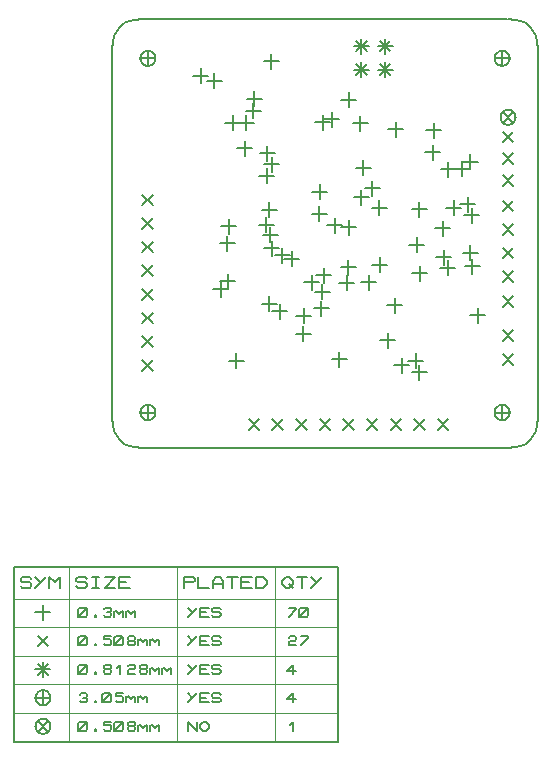
<source format=gbr>
G04 PROTEUS RS274X GERBER FILE*
%FSLAX45Y45*%
%MOMM*%
G01*
%ADD13C,0.203200*%
%ADD114C,0.127000*%
%ADD115C,0.063500*%
D13*
X+1900823Y+1961635D02*
X+1900823Y+1834635D01*
X+1837323Y+1898135D02*
X+1964323Y+1898135D01*
X+902641Y+2718944D02*
X+902641Y+2591944D01*
X+839141Y+2655444D02*
X+966141Y+2655444D01*
X+893163Y+2616761D02*
X+893163Y+2489761D01*
X+829663Y+2553261D02*
X+956663Y+2553261D01*
X+1685628Y+1159324D02*
X+1685628Y+1032324D01*
X+1622128Y+1095824D02*
X+1749128Y+1095824D01*
X+563009Y+2870384D02*
X+563009Y+2743384D01*
X+499509Y+2806884D02*
X+626509Y+2806884D01*
X+1806531Y+1882689D02*
X+1806531Y+1755689D01*
X+1743031Y+1819189D02*
X+1870031Y+1819189D01*
X+1030239Y+1777243D02*
X+1030239Y+1650243D01*
X+966739Y+1713743D02*
X+1093739Y+1713743D01*
X+1007892Y+2066299D02*
X+1007892Y+1939299D01*
X+944392Y+2002799D02*
X+1071392Y+2002799D01*
X+1050823Y+2161635D02*
X+1050823Y+2034635D01*
X+987323Y+2098135D02*
X+1114323Y+2098135D01*
X+2422271Y+2450702D02*
X+2422271Y+2323702D01*
X+2358771Y+2387202D02*
X+2485771Y+2387202D01*
X+2543326Y+2120553D02*
X+2543326Y+1993553D01*
X+2479826Y+2057053D02*
X+2606826Y+2057053D01*
X+2414347Y+2263531D02*
X+2414347Y+2136531D01*
X+2350847Y+2200031D02*
X+2477847Y+2200031D01*
X+1390441Y+1164419D02*
X+1390441Y+1037419D01*
X+1326941Y+1100919D02*
X+1453941Y+1100919D01*
X+1322057Y+882741D02*
X+1322057Y+755741D01*
X+1258557Y+819241D02*
X+1385557Y+819241D01*
X+2033474Y+673413D02*
X+2033474Y+546413D01*
X+1969974Y+609913D02*
X+2096974Y+609913D01*
X+721411Y+2516011D02*
X+721411Y+2389011D01*
X+657911Y+2452511D02*
X+784911Y+2452511D01*
X+1621790Y+513772D02*
X+1621790Y+386772D01*
X+1558290Y+450272D02*
X+1685290Y+450272D01*
X+2505288Y+1375653D02*
X+2505288Y+1248653D01*
X+2441788Y+1312153D02*
X+2568788Y+1312153D01*
X+2280000Y+1483500D02*
X+2280000Y+1356500D01*
X+2216500Y+1420000D02*
X+2343500Y+1420000D01*
X+835623Y+2516476D02*
X+835623Y+2389476D01*
X+772123Y+2452976D02*
X+899123Y+2452976D01*
X+1703926Y+1631291D02*
X+1703926Y+1504291D01*
X+1640426Y+1567791D02*
X+1767426Y+1567791D01*
X+750823Y+501635D02*
X+750823Y+374635D01*
X+687323Y+438135D02*
X+814323Y+438135D01*
X+2300000Y+403500D02*
X+2300000Y+276500D01*
X+2236500Y+340000D02*
X+2363500Y+340000D01*
X+1470000Y+943500D02*
X+1470000Y+816500D01*
X+1406500Y+880000D02*
X+1533500Y+880000D01*
X+1490823Y+1221635D02*
X+1490823Y+1094635D01*
X+1427323Y+1158135D02*
X+1554323Y+1158135D01*
X+1800823Y+2511635D02*
X+1800823Y+2384635D01*
X+1737323Y+2448135D02*
X+1864323Y+2448135D01*
X+1700823Y+2711635D02*
X+1700823Y+2584635D01*
X+1637323Y+2648135D02*
X+1764323Y+2648135D01*
X+2730000Y+2183500D02*
X+2730000Y+2056500D01*
X+2666500Y+2120000D02*
X+2793500Y+2120000D01*
X+2795375Y+886187D02*
X+2795375Y+759187D01*
X+2731875Y+822687D02*
X+2858875Y+822687D01*
X+1963312Y+1311319D02*
X+1963312Y+1184319D01*
X+1899812Y+1247819D02*
X+2026812Y+1247819D01*
X+1560000Y+2543500D02*
X+1560000Y+2416500D01*
X+1496500Y+2480000D02*
X+1623500Y+2480000D01*
X+450000Y+2913500D02*
X+450000Y+2786500D01*
X+386500Y+2850000D02*
X+513500Y+2850000D01*
X+1482934Y+2521186D02*
X+1482934Y+2394186D01*
X+1419434Y+2457686D02*
X+1546434Y+2457686D01*
X+2498776Y+1620293D02*
X+2498776Y+1493293D01*
X+2435276Y+1556793D02*
X+2562276Y+1556793D01*
X+1047080Y+3037679D02*
X+1047080Y+2910679D01*
X+983580Y+2974179D02*
X+1110580Y+2974179D01*
X+1012219Y+2254631D02*
X+1012219Y+2127631D01*
X+948719Y+2191131D02*
X+1075719Y+2191131D01*
X+821510Y+2300948D02*
X+821510Y+2173948D01*
X+758010Y+2237448D02*
X+885010Y+2237448D01*
X+2300000Y+1783500D02*
X+2300000Y+1656500D01*
X+2236500Y+1720000D02*
X+2363500Y+1720000D01*
X+684976Y+1637384D02*
X+684976Y+1510384D01*
X+621476Y+1573884D02*
X+748476Y+1573884D01*
X+1870000Y+1163500D02*
X+1870000Y+1036500D01*
X+1806500Y+1100000D02*
X+1933500Y+1100000D01*
X+2092523Y+969035D02*
X+2092523Y+842035D01*
X+2029023Y+905535D02*
X+2156023Y+905535D01*
X+2304027Y+1238739D02*
X+2304027Y+1111739D01*
X+2240527Y+1175239D02*
X+2367527Y+1175239D01*
X+1454903Y+1932624D02*
X+1454903Y+1805624D01*
X+1391403Y+1869124D02*
X+1518403Y+1869124D01*
X+1699805Y+1290614D02*
X+1699805Y+1163614D01*
X+1636305Y+1227114D02*
X+1763305Y+1227114D01*
X+1825798Y+2134945D02*
X+1825798Y+2007945D01*
X+1762298Y+2071445D02*
X+1889298Y+2071445D01*
X+1030000Y+983500D02*
X+1030000Y+856500D01*
X+966500Y+920000D02*
X+1093500Y+920000D01*
X+1117727Y+919182D02*
X+1117727Y+792182D01*
X+1054227Y+855682D02*
X+1181227Y+855682D01*
X+1050000Y+1453500D02*
X+1050000Y+1326500D01*
X+986500Y+1390000D02*
X+1113500Y+1390000D01*
X+1036410Y+1567520D02*
X+1036410Y+1440520D01*
X+972910Y+1504020D02*
X+1099910Y+1504020D01*
X+1002548Y+1650952D02*
X+1002548Y+1523952D01*
X+939048Y+1587452D02*
X+1066048Y+1587452D01*
X+1582900Y+1646807D02*
X+1582900Y+1519807D01*
X+1519400Y+1583307D02*
X+1646400Y+1583307D01*
X+1220000Y+1363500D02*
X+1220000Y+1236500D01*
X+1156500Y+1300000D02*
X+1283500Y+1300000D01*
X+620000Y+1103500D02*
X+620000Y+976500D01*
X+556500Y+1040000D02*
X+683500Y+1040000D01*
X+1453641Y+1744842D02*
X+1453641Y+1617842D01*
X+1390141Y+1681342D02*
X+1517141Y+1681342D01*
X+1140000Y+1393500D02*
X+1140000Y+1266500D01*
X+1076500Y+1330000D02*
X+1203500Y+1330000D01*
X+680000Y+1173500D02*
X+680000Y+1046500D01*
X+616500Y+1110000D02*
X+743500Y+1110000D01*
X+1480000Y+1083500D02*
X+1480000Y+956500D01*
X+1416500Y+1020000D02*
X+1543500Y+1020000D01*
X+1317823Y+727735D02*
X+1317823Y+600735D01*
X+1254323Y+664235D02*
X+1381323Y+664235D01*
X+1960000Y+1793500D02*
X+1960000Y+1666500D01*
X+1896500Y+1730000D02*
X+2023500Y+1730000D01*
X+2660000Y+2123500D02*
X+2660000Y+1996500D01*
X+2596500Y+2060000D02*
X+2723500Y+2060000D01*
X+2590000Y+1793500D02*
X+2590000Y+1666500D01*
X+2526500Y+1730000D02*
X+2653500Y+1730000D01*
X+2710000Y+1823500D02*
X+2710000Y+1696500D01*
X+2646500Y+1760000D02*
X+2773500Y+1760000D01*
X+2100823Y+2461635D02*
X+2100823Y+2334635D01*
X+2037323Y+2398135D02*
X+2164323Y+2398135D01*
X+2271346Y+500456D02*
X+2271346Y+373456D01*
X+2207846Y+436956D02*
X+2334846Y+436956D01*
X+2748165Y+1299747D02*
X+2748165Y+1172747D01*
X+2684665Y+1236247D02*
X+2811665Y+1236247D01*
X+2540047Y+1289319D02*
X+2540047Y+1162319D01*
X+2476547Y+1225819D02*
X+2603547Y+1225819D01*
X+2150823Y+463500D02*
X+2150823Y+336500D01*
X+2087323Y+400000D02*
X+2214323Y+400000D01*
X+2730000Y+1413500D02*
X+2730000Y+1286500D01*
X+2666500Y+1350000D02*
X+2793500Y+1350000D01*
X+2744740Y+1730674D02*
X+2744740Y+1603674D01*
X+2681240Y+1667174D02*
X+2808240Y+1667174D01*
X+674332Y+1492595D02*
X+674332Y+1365595D01*
X+610832Y+1429095D02*
X+737832Y+1429095D01*
X+64323Y-1865D02*
X+64106Y+3382D01*
X+62341Y+13877D01*
X+58649Y+24372D01*
X+52621Y+34867D01*
X+43399Y+45247D01*
X+32904Y+52935D01*
X+22409Y+57853D01*
X+11914Y+60659D01*
X+1419Y+61632D01*
X+823Y+61635D01*
X-62677Y-1865D02*
X-62460Y+3382D01*
X-60695Y+13877D01*
X-57003Y+24372D01*
X-50975Y+34867D01*
X-41753Y+45247D01*
X-31258Y+52935D01*
X-20763Y+57853D01*
X-10268Y+60659D01*
X+227Y+61632D01*
X+823Y+61635D01*
X-62677Y-1865D02*
X-62460Y-7112D01*
X-60695Y-17607D01*
X-57003Y-28102D01*
X-50975Y-38597D01*
X-41753Y-48977D01*
X-31258Y-56665D01*
X-20763Y-61583D01*
X-10268Y-64389D01*
X+227Y-65362D01*
X+823Y-65365D01*
X+64323Y-1865D02*
X+64106Y-7112D01*
X+62341Y-17607D01*
X+58649Y-28102D01*
X+52621Y-38597D01*
X+43399Y-48977D01*
X+32904Y-56665D01*
X+22409Y-61583D01*
X+11914Y-64389D01*
X+1419Y-65362D01*
X+823Y-65365D01*
X+823Y+61635D02*
X+823Y-65365D01*
X-62677Y-1865D02*
X+64323Y-1865D01*
X+64323Y+2998135D02*
X+64106Y+3003382D01*
X+62341Y+3013877D01*
X+58649Y+3024372D01*
X+52621Y+3034867D01*
X+43399Y+3045247D01*
X+32904Y+3052935D01*
X+22409Y+3057853D01*
X+11914Y+3060659D01*
X+1419Y+3061632D01*
X+823Y+3061635D01*
X-62677Y+2998135D02*
X-62460Y+3003382D01*
X-60695Y+3013877D01*
X-57003Y+3024372D01*
X-50975Y+3034867D01*
X-41753Y+3045247D01*
X-31258Y+3052935D01*
X-20763Y+3057853D01*
X-10268Y+3060659D01*
X+227Y+3061632D01*
X+823Y+3061635D01*
X-62677Y+2998135D02*
X-62460Y+2992888D01*
X-60695Y+2982393D01*
X-57003Y+2971898D01*
X-50975Y+2961403D01*
X-41753Y+2951023D01*
X-31258Y+2943335D01*
X-20763Y+2938417D01*
X-10268Y+2935611D01*
X+227Y+2934638D01*
X+823Y+2934635D01*
X+64323Y+2998135D02*
X+64106Y+2992888D01*
X+62341Y+2982393D01*
X+58649Y+2971898D01*
X+52621Y+2961403D01*
X+43399Y+2951023D01*
X+32904Y+2943335D01*
X+22409Y+2938417D01*
X+11914Y+2935611D01*
X+1419Y+2934638D01*
X+823Y+2934635D01*
X+823Y+3061635D02*
X+823Y+2934635D01*
X-62677Y+2998135D02*
X+64323Y+2998135D01*
X+3064323Y+2998135D02*
X+3064106Y+3003382D01*
X+3062341Y+3013877D01*
X+3058649Y+3024372D01*
X+3052621Y+3034867D01*
X+3043399Y+3045247D01*
X+3032904Y+3052935D01*
X+3022409Y+3057853D01*
X+3011914Y+3060659D01*
X+3001419Y+3061632D01*
X+3000823Y+3061635D01*
X+2937323Y+2998135D02*
X+2937540Y+3003382D01*
X+2939305Y+3013877D01*
X+2942997Y+3024372D01*
X+2949025Y+3034867D01*
X+2958247Y+3045247D01*
X+2968742Y+3052935D01*
X+2979237Y+3057853D01*
X+2989732Y+3060659D01*
X+3000227Y+3061632D01*
X+3000823Y+3061635D01*
X+2937323Y+2998135D02*
X+2937540Y+2992888D01*
X+2939305Y+2982393D01*
X+2942997Y+2971898D01*
X+2949025Y+2961403D01*
X+2958247Y+2951023D01*
X+2968742Y+2943335D01*
X+2979237Y+2938417D01*
X+2989732Y+2935611D01*
X+3000227Y+2934638D01*
X+3000823Y+2934635D01*
X+3064323Y+2998135D02*
X+3064106Y+2992888D01*
X+3062341Y+2982393D01*
X+3058649Y+2971898D01*
X+3052621Y+2961403D01*
X+3043399Y+2951023D01*
X+3032904Y+2943335D01*
X+3022409Y+2938417D01*
X+3011914Y+2935611D01*
X+3001419Y+2934638D01*
X+3000823Y+2934635D01*
X+3000823Y+3061635D02*
X+3000823Y+2934635D01*
X+2937323Y+2998135D02*
X+3064323Y+2998135D01*
X+3064323Y-1865D02*
X+3064106Y+3382D01*
X+3062341Y+13877D01*
X+3058649Y+24372D01*
X+3052621Y+34867D01*
X+3043399Y+45247D01*
X+3032904Y+52935D01*
X+3022409Y+57853D01*
X+3011914Y+60659D01*
X+3001419Y+61632D01*
X+3000823Y+61635D01*
X+2937323Y-1865D02*
X+2937540Y+3382D01*
X+2939305Y+13877D01*
X+2942997Y+24372D01*
X+2949025Y+34867D01*
X+2958247Y+45247D01*
X+2968742Y+52935D01*
X+2979237Y+57853D01*
X+2989732Y+60659D01*
X+3000227Y+61632D01*
X+3000823Y+61635D01*
X+2937323Y-1865D02*
X+2937540Y-7112D01*
X+2939305Y-17607D01*
X+2942997Y-28102D01*
X+2949025Y-38597D01*
X+2958247Y-48977D01*
X+2968742Y-56665D01*
X+2979237Y-61583D01*
X+2989732Y-64389D01*
X+3000227Y-65362D01*
X+3000823Y-65365D01*
X+3064323Y-1865D02*
X+3064106Y-7112D01*
X+3062341Y-17607D01*
X+3058649Y-28102D01*
X+3052621Y-38597D01*
X+3043399Y-48977D01*
X+3032904Y-56665D01*
X+3022409Y-61583D01*
X+3011914Y-64389D01*
X+3001419Y-65362D01*
X+3000823Y-65365D01*
X+3000823Y+61635D02*
X+3000823Y-65365D01*
X+2937323Y-1865D02*
X+3064323Y-1865D01*
X+1455922Y-56964D02*
X+1545724Y-146766D01*
X+1455922Y-146766D02*
X+1545724Y-56964D01*
X+1655922Y-56964D02*
X+1745724Y-146766D01*
X+1655922Y-146766D02*
X+1745724Y-56964D01*
X+1855922Y-56964D02*
X+1945724Y-146766D01*
X+1855922Y-146766D02*
X+1945724Y-56964D01*
X+2055922Y-56964D02*
X+2145724Y-146766D01*
X+2055922Y-146766D02*
X+2145724Y-56964D01*
X+2255922Y-56964D02*
X+2345724Y-146766D01*
X+2255922Y-146766D02*
X+2345724Y-56964D01*
X+2455922Y-56964D02*
X+2545724Y-146766D01*
X+2455922Y-146766D02*
X+2545724Y-56964D01*
X-44078Y+843036D02*
X+45724Y+753234D01*
X-44078Y+753234D02*
X+45724Y+843036D01*
X-44078Y+643036D02*
X+45724Y+553234D01*
X-44078Y+553234D02*
X+45724Y+643036D01*
X-44078Y+443036D02*
X+45724Y+353234D01*
X-44078Y+353234D02*
X+45724Y+443036D01*
X-44078Y+1443036D02*
X+45724Y+1353234D01*
X-44078Y+1353234D02*
X+45724Y+1443036D01*
X-44078Y+1243036D02*
X+45724Y+1153234D01*
X-44078Y+1153234D02*
X+45724Y+1243036D01*
X-44078Y+1043036D02*
X+45724Y+953234D01*
X-44078Y+953234D02*
X+45724Y+1043036D01*
X-44078Y+1843036D02*
X+45724Y+1753234D01*
X-44078Y+1753234D02*
X+45724Y+1843036D01*
X-44078Y+1643036D02*
X+45724Y+1553234D01*
X-44078Y+1553234D02*
X+45724Y+1643036D01*
X+3005099Y+2194901D02*
X+3094901Y+2105099D01*
X+3005099Y+2105099D02*
X+3094901Y+2194901D01*
X+3005099Y+2374901D02*
X+3094901Y+2285099D01*
X+3005099Y+2285099D02*
X+3094901Y+2374901D01*
X+3114323Y+2498135D02*
X+3114106Y+2503382D01*
X+3112341Y+2513877D01*
X+3108649Y+2524372D01*
X+3102621Y+2534867D01*
X+3093399Y+2545247D01*
X+3082904Y+2552935D01*
X+3072409Y+2557853D01*
X+3061914Y+2560659D01*
X+3051419Y+2561632D01*
X+3050823Y+2561635D01*
X+2987323Y+2498135D02*
X+2987540Y+2503382D01*
X+2989305Y+2513877D01*
X+2992997Y+2524372D01*
X+2999025Y+2534867D01*
X+3008247Y+2545247D01*
X+3018742Y+2552935D01*
X+3029237Y+2557853D01*
X+3039732Y+2560659D01*
X+3050227Y+2561632D01*
X+3050823Y+2561635D01*
X+2987323Y+2498135D02*
X+2987540Y+2492888D01*
X+2989305Y+2482393D01*
X+2992997Y+2471898D01*
X+2999025Y+2461403D01*
X+3008247Y+2451023D01*
X+3018742Y+2443335D01*
X+3029237Y+2438417D01*
X+3039732Y+2435611D01*
X+3050227Y+2434638D01*
X+3050823Y+2434635D01*
X+3114323Y+2498135D02*
X+3114106Y+2492888D01*
X+3112341Y+2482393D01*
X+3108649Y+2471898D01*
X+3102621Y+2461403D01*
X+3093399Y+2451023D01*
X+3082904Y+2443335D01*
X+3072409Y+2438417D01*
X+3061914Y+2435611D01*
X+3051419Y+2434638D01*
X+3050823Y+2434635D01*
X+3005922Y+2543036D02*
X+3095724Y+2453234D01*
X+3005922Y+2453234D02*
X+3095724Y+2543036D01*
X+3005922Y+493036D02*
X+3095724Y+403234D01*
X+3005922Y+403234D02*
X+3095724Y+493036D01*
X+3005922Y+693036D02*
X+3095724Y+603234D01*
X+3005922Y+603234D02*
X+3095724Y+693036D01*
X+3005922Y+1193036D02*
X+3095724Y+1103234D01*
X+3005922Y+1103234D02*
X+3095724Y+1193036D01*
X+3005922Y+1393036D02*
X+3095724Y+1303234D01*
X+3005922Y+1303234D02*
X+3095724Y+1393036D01*
X+3005922Y+1593036D02*
X+3095724Y+1503234D01*
X+3005922Y+1503234D02*
X+3095724Y+1593036D01*
X+3005922Y+1793036D02*
X+3095724Y+1703234D01*
X+3005922Y+1703234D02*
X+3095724Y+1793036D01*
X+1255922Y-56964D02*
X+1345724Y-146766D01*
X+1255922Y-146766D02*
X+1345724Y-56964D01*
X+1055922Y-56964D02*
X+1145724Y-146766D01*
X+1055922Y-146766D02*
X+1145724Y-56964D01*
X+855922Y-56964D02*
X+945724Y-146766D01*
X+855922Y-146766D02*
X+945724Y-56964D01*
X+3005099Y+2004901D02*
X+3094901Y+1915099D01*
X+3005099Y+1915099D02*
X+3094901Y+2004901D01*
X+3005922Y+983036D02*
X+3095724Y+893234D01*
X+3005922Y+893234D02*
X+3095724Y+983036D01*
X+2010000Y+2963500D02*
X+2010000Y+2836500D01*
X+1946500Y+2900000D02*
X+2073500Y+2900000D01*
X+1965099Y+2944901D02*
X+2054901Y+2855099D01*
X+1965099Y+2855099D02*
X+2054901Y+2944901D01*
X+1810000Y+2963500D02*
X+1810000Y+2836500D01*
X+1746500Y+2900000D02*
X+1873500Y+2900000D01*
X+1765099Y+2944901D02*
X+1854901Y+2855099D01*
X+1765099Y+2855099D02*
X+1854901Y+2944901D01*
X+2010000Y+3163500D02*
X+2010000Y+3036500D01*
X+1946500Y+3100000D02*
X+2073500Y+3100000D01*
X+1965099Y+3144901D02*
X+2054901Y+3055099D01*
X+1965099Y+3055099D02*
X+2054901Y+3144901D01*
X+1810000Y+3163500D02*
X+1810000Y+3036500D01*
X+1746500Y+3100000D02*
X+1873500Y+3100000D01*
X+1765099Y+3144901D02*
X+1854901Y+3055099D01*
X+1765099Y+3055099D02*
X+1854901Y+3144901D01*
X-299177Y+3078135D02*
X-295100Y+3135532D01*
X-282966Y+3185752D01*
X-262922Y+3228648D01*
X-235114Y+3264072D01*
X-199689Y+3291880D01*
X-156794Y+3311924D01*
X-106574Y+3324058D01*
X-49177Y+3328135D01*
X+3050823Y+3328135D02*
X+3108220Y+3324058D01*
X+3158440Y+3311924D01*
X+3201335Y+3291880D01*
X+3236760Y+3264072D01*
X+3264568Y+3228648D01*
X+3284612Y+3185752D01*
X+3296746Y+3135532D01*
X+3300823Y+3078135D01*
X+3300823Y-51865D02*
X+3296746Y-109262D01*
X+3284612Y-159482D01*
X+3264568Y-202378D01*
X+3236760Y-237802D01*
X+3201335Y-265610D01*
X+3158440Y-285654D01*
X+3108220Y-297788D01*
X+3050823Y-301865D01*
X-49177Y-301865D02*
X-106574Y-297788D01*
X-156794Y-285654D01*
X-199689Y-265610D01*
X-235114Y-237802D01*
X-262922Y-202378D01*
X-282966Y-159482D01*
X-295100Y-109262D01*
X-299177Y-51865D01*
X-49177Y-301865D02*
X+3050823Y-301865D01*
X-299177Y-51865D02*
X-299177Y+3098135D01*
X-59177Y+3328135D02*
X+3040823Y+3328135D01*
X+3300823Y+3098135D02*
X+3300823Y-51865D01*
D114*
X-1132700Y-2792600D02*
X+1613040Y-2792600D01*
X+1613040Y-1306700D01*
X-1132700Y-1306700D01*
X-1132700Y-2792600D01*
D115*
X-665338Y-1306700D02*
X-665338Y-2792600D01*
X+249062Y-1306700D02*
X+249062Y-2792600D01*
X+1082182Y-1306700D02*
X+1082182Y-2792600D01*
X-1132700Y-1579750D02*
X+1613040Y-1579750D01*
X-1132700Y-1821050D02*
X+1613040Y-1821050D01*
X-1132700Y-2062350D02*
X+1613040Y-2062350D01*
X-1132700Y-2303650D02*
X+1613040Y-2303650D01*
X-1132700Y-2544950D02*
X+1613040Y-2544950D01*
D114*
X-1075550Y-1470530D02*
X-1060310Y-1485770D01*
X-999350Y-1485770D01*
X-984110Y-1470530D01*
X-984110Y-1455290D01*
X-999350Y-1440050D01*
X-1060310Y-1440050D01*
X-1075550Y-1424810D01*
X-1075550Y-1409570D01*
X-1060310Y-1394330D01*
X-999350Y-1394330D01*
X-984110Y-1409570D01*
X-862190Y-1394330D02*
X-953630Y-1485770D01*
X-953630Y-1394330D02*
X-907910Y-1440050D01*
X-831710Y-1485770D02*
X-831710Y-1394330D01*
X-785990Y-1440050D01*
X-740270Y-1394330D01*
X-740270Y-1485770D01*
X-608190Y-1470530D02*
X-592950Y-1485770D01*
X-531990Y-1485770D01*
X-516750Y-1470530D01*
X-516750Y-1455290D01*
X-531990Y-1440050D01*
X-592950Y-1440050D01*
X-608190Y-1424810D01*
X-608190Y-1409570D01*
X-592950Y-1394330D01*
X-531990Y-1394330D01*
X-516750Y-1409570D01*
X-471030Y-1394330D02*
X-410070Y-1394330D01*
X-440550Y-1394330D02*
X-440550Y-1485770D01*
X-471030Y-1485770D02*
X-410070Y-1485770D01*
X-364350Y-1394330D02*
X-272910Y-1394330D01*
X-364350Y-1485770D01*
X-272910Y-1485770D01*
X-150990Y-1485770D02*
X-242430Y-1485770D01*
X-242430Y-1394330D01*
X-150990Y-1394330D01*
X-242430Y-1440050D02*
X-181470Y-1440050D01*
X+306210Y-1485770D02*
X+306210Y-1394330D01*
X+382410Y-1394330D01*
X+397650Y-1409570D01*
X+397650Y-1424810D01*
X+382410Y-1440050D01*
X+306210Y-1440050D01*
X+428130Y-1394330D02*
X+428130Y-1485770D01*
X+519570Y-1485770D01*
X+550050Y-1485770D02*
X+550050Y-1424810D01*
X+580530Y-1394330D01*
X+611010Y-1394330D01*
X+641490Y-1424810D01*
X+641490Y-1485770D01*
X+550050Y-1455290D02*
X+641490Y-1455290D01*
X+671970Y-1394330D02*
X+763410Y-1394330D01*
X+717690Y-1394330D02*
X+717690Y-1485770D01*
X+885330Y-1485770D02*
X+793890Y-1485770D01*
X+793890Y-1394330D01*
X+885330Y-1394330D01*
X+793890Y-1440050D02*
X+854850Y-1440050D01*
X+915810Y-1485770D02*
X+915810Y-1394330D01*
X+976770Y-1394330D01*
X+1007250Y-1424810D01*
X+1007250Y-1455290D01*
X+976770Y-1485770D01*
X+915810Y-1485770D01*
X+1139330Y-1424810D02*
X+1169810Y-1394330D01*
X+1200290Y-1394330D01*
X+1230770Y-1424810D01*
X+1230770Y-1455290D01*
X+1200290Y-1485770D01*
X+1169810Y-1485770D01*
X+1139330Y-1455290D01*
X+1139330Y-1424810D01*
X+1200290Y-1455290D02*
X+1230770Y-1485770D01*
X+1261250Y-1394330D02*
X+1352690Y-1394330D01*
X+1306970Y-1394330D02*
X+1306970Y-1485770D01*
X+1474610Y-1394330D02*
X+1383170Y-1485770D01*
X+1383170Y-1394330D02*
X+1428890Y-1440050D01*
D13*
X-886320Y-1630550D02*
X-886320Y-1757550D01*
X-949820Y-1694050D02*
X-822820Y-1694050D01*
D114*
X-589140Y-1719450D02*
X-589140Y-1668650D01*
X-576440Y-1655950D01*
X-525640Y-1655950D01*
X-512940Y-1668650D01*
X-512940Y-1719450D01*
X-525640Y-1732150D01*
X-576440Y-1732150D01*
X-589140Y-1719450D01*
X-589140Y-1732150D02*
X-512940Y-1655950D01*
X-449440Y-1719450D02*
X-436740Y-1719450D01*
X-436740Y-1732150D01*
X-449440Y-1732150D01*
X-449440Y-1719450D01*
X-373240Y-1668650D02*
X-360540Y-1655950D01*
X-322440Y-1655950D01*
X-309740Y-1668650D01*
X-309740Y-1681350D01*
X-322440Y-1694050D01*
X-309740Y-1706750D01*
X-309740Y-1719450D01*
X-322440Y-1732150D01*
X-360540Y-1732150D01*
X-373240Y-1719450D01*
X-347840Y-1694050D02*
X-322440Y-1694050D01*
X-284340Y-1732150D02*
X-284340Y-1681350D01*
X-284340Y-1694050D02*
X-271640Y-1681350D01*
X-246240Y-1706750D01*
X-220840Y-1681350D01*
X-208140Y-1694050D01*
X-208140Y-1732150D01*
X-182740Y-1732150D02*
X-182740Y-1681350D01*
X-182740Y-1694050D02*
X-170040Y-1681350D01*
X-144640Y-1706750D01*
X-119240Y-1681350D01*
X-106540Y-1694050D01*
X-106540Y-1732150D01*
X+414160Y-1655950D02*
X+337960Y-1732150D01*
X+337960Y-1655950D02*
X+376060Y-1694050D01*
X+515760Y-1732150D02*
X+439560Y-1732150D01*
X+439560Y-1655950D01*
X+515760Y-1655950D01*
X+439560Y-1694050D02*
X+490360Y-1694050D01*
X+541160Y-1719450D02*
X+553860Y-1732150D01*
X+604660Y-1732150D01*
X+617360Y-1719450D01*
X+617360Y-1706750D01*
X+604660Y-1694050D01*
X+553860Y-1694050D01*
X+541160Y-1681350D01*
X+541160Y-1668650D01*
X+553860Y-1655950D01*
X+604660Y-1655950D01*
X+617360Y-1668650D01*
X+1196480Y-1655950D02*
X+1259980Y-1655950D01*
X+1259980Y-1668650D01*
X+1196480Y-1732150D01*
X+1285380Y-1719450D02*
X+1285380Y-1668650D01*
X+1298080Y-1655950D01*
X+1348880Y-1655950D01*
X+1361580Y-1668650D01*
X+1361580Y-1719450D01*
X+1348880Y-1732150D01*
X+1298080Y-1732150D01*
X+1285380Y-1719450D01*
X+1285380Y-1732150D02*
X+1361580Y-1655950D01*
D13*
X-931221Y-1890449D02*
X-841419Y-1980251D01*
X-931221Y-1980251D02*
X-841419Y-1890449D01*
D114*
X-589140Y-1960750D02*
X-589140Y-1909950D01*
X-576440Y-1897250D01*
X-525640Y-1897250D01*
X-512940Y-1909950D01*
X-512940Y-1960750D01*
X-525640Y-1973450D01*
X-576440Y-1973450D01*
X-589140Y-1960750D01*
X-589140Y-1973450D02*
X-512940Y-1897250D01*
X-449440Y-1960750D02*
X-436740Y-1960750D01*
X-436740Y-1973450D01*
X-449440Y-1973450D01*
X-449440Y-1960750D01*
X-309740Y-1897250D02*
X-373240Y-1897250D01*
X-373240Y-1922650D01*
X-322440Y-1922650D01*
X-309740Y-1935350D01*
X-309740Y-1960750D01*
X-322440Y-1973450D01*
X-360540Y-1973450D01*
X-373240Y-1960750D01*
X-284340Y-1960750D02*
X-284340Y-1909950D01*
X-271640Y-1897250D01*
X-220840Y-1897250D01*
X-208140Y-1909950D01*
X-208140Y-1960750D01*
X-220840Y-1973450D01*
X-271640Y-1973450D01*
X-284340Y-1960750D01*
X-284340Y-1973450D02*
X-208140Y-1897250D01*
X-157340Y-1935350D02*
X-170040Y-1922650D01*
X-170040Y-1909950D01*
X-157340Y-1897250D01*
X-119240Y-1897250D01*
X-106540Y-1909950D01*
X-106540Y-1922650D01*
X-119240Y-1935350D01*
X-157340Y-1935350D01*
X-170040Y-1948050D01*
X-170040Y-1960750D01*
X-157340Y-1973450D01*
X-119240Y-1973450D01*
X-106540Y-1960750D01*
X-106540Y-1948050D01*
X-119240Y-1935350D01*
X-81140Y-1973450D02*
X-81140Y-1922650D01*
X-81140Y-1935350D02*
X-68440Y-1922650D01*
X-43040Y-1948050D01*
X-17640Y-1922650D01*
X-4940Y-1935350D01*
X-4940Y-1973450D01*
X+20460Y-1973450D02*
X+20460Y-1922650D01*
X+20460Y-1935350D02*
X+33160Y-1922650D01*
X+58560Y-1948050D01*
X+83960Y-1922650D01*
X+96660Y-1935350D01*
X+96660Y-1973450D01*
X+414160Y-1897250D02*
X+337960Y-1973450D01*
X+337960Y-1897250D02*
X+376060Y-1935350D01*
X+515760Y-1973450D02*
X+439560Y-1973450D01*
X+439560Y-1897250D01*
X+515760Y-1897250D01*
X+439560Y-1935350D02*
X+490360Y-1935350D01*
X+541160Y-1960750D02*
X+553860Y-1973450D01*
X+604660Y-1973450D01*
X+617360Y-1960750D01*
X+617360Y-1948050D01*
X+604660Y-1935350D01*
X+553860Y-1935350D01*
X+541160Y-1922650D01*
X+541160Y-1909950D01*
X+553860Y-1897250D01*
X+604660Y-1897250D01*
X+617360Y-1909950D01*
X+1196480Y-1909950D02*
X+1209180Y-1897250D01*
X+1247280Y-1897250D01*
X+1259980Y-1909950D01*
X+1259980Y-1922650D01*
X+1247280Y-1935350D01*
X+1209180Y-1935350D01*
X+1196480Y-1948050D01*
X+1196480Y-1973450D01*
X+1259980Y-1973450D01*
X+1298080Y-1897250D02*
X+1361580Y-1897250D01*
X+1361580Y-1909950D01*
X+1298080Y-1973450D01*
D13*
X-886320Y-2113150D02*
X-886320Y-2240150D01*
X-949820Y-2176650D02*
X-822820Y-2176650D01*
X-931221Y-2131749D02*
X-841419Y-2221551D01*
X-931221Y-2221551D02*
X-841419Y-2131749D01*
D114*
X-589140Y-2202050D02*
X-589140Y-2151250D01*
X-576440Y-2138550D01*
X-525640Y-2138550D01*
X-512940Y-2151250D01*
X-512940Y-2202050D01*
X-525640Y-2214750D01*
X-576440Y-2214750D01*
X-589140Y-2202050D01*
X-589140Y-2214750D02*
X-512940Y-2138550D01*
X-449440Y-2202050D02*
X-436740Y-2202050D01*
X-436740Y-2214750D01*
X-449440Y-2214750D01*
X-449440Y-2202050D01*
X-360540Y-2176650D02*
X-373240Y-2163950D01*
X-373240Y-2151250D01*
X-360540Y-2138550D01*
X-322440Y-2138550D01*
X-309740Y-2151250D01*
X-309740Y-2163950D01*
X-322440Y-2176650D01*
X-360540Y-2176650D01*
X-373240Y-2189350D01*
X-373240Y-2202050D01*
X-360540Y-2214750D01*
X-322440Y-2214750D01*
X-309740Y-2202050D01*
X-309740Y-2189350D01*
X-322440Y-2176650D01*
X-258940Y-2163950D02*
X-233540Y-2138550D01*
X-233540Y-2214750D01*
X-170040Y-2151250D02*
X-157340Y-2138550D01*
X-119240Y-2138550D01*
X-106540Y-2151250D01*
X-106540Y-2163950D01*
X-119240Y-2176650D01*
X-157340Y-2176650D01*
X-170040Y-2189350D01*
X-170040Y-2214750D01*
X-106540Y-2214750D01*
X-55740Y-2176650D02*
X-68440Y-2163950D01*
X-68440Y-2151250D01*
X-55740Y-2138550D01*
X-17640Y-2138550D01*
X-4940Y-2151250D01*
X-4940Y-2163950D01*
X-17640Y-2176650D01*
X-55740Y-2176650D01*
X-68440Y-2189350D01*
X-68440Y-2202050D01*
X-55740Y-2214750D01*
X-17640Y-2214750D01*
X-4940Y-2202050D01*
X-4940Y-2189350D01*
X-17640Y-2176650D01*
X+20460Y-2214750D02*
X+20460Y-2163950D01*
X+20460Y-2176650D02*
X+33160Y-2163950D01*
X+58560Y-2189350D01*
X+83960Y-2163950D01*
X+96660Y-2176650D01*
X+96660Y-2214750D01*
X+122060Y-2214750D02*
X+122060Y-2163950D01*
X+122060Y-2176650D02*
X+134760Y-2163950D01*
X+160160Y-2189350D01*
X+185560Y-2163950D01*
X+198260Y-2176650D01*
X+198260Y-2214750D01*
X+414160Y-2138550D02*
X+337960Y-2214750D01*
X+337960Y-2138550D02*
X+376060Y-2176650D01*
X+515760Y-2214750D02*
X+439560Y-2214750D01*
X+439560Y-2138550D01*
X+515760Y-2138550D01*
X+439560Y-2176650D02*
X+490360Y-2176650D01*
X+541160Y-2202050D02*
X+553860Y-2214750D01*
X+604660Y-2214750D01*
X+617360Y-2202050D01*
X+617360Y-2189350D01*
X+604660Y-2176650D01*
X+553860Y-2176650D01*
X+541160Y-2163950D01*
X+541160Y-2151250D01*
X+553860Y-2138550D01*
X+604660Y-2138550D01*
X+617360Y-2151250D01*
X+1259980Y-2189350D02*
X+1183780Y-2189350D01*
X+1234580Y-2138550D01*
X+1234580Y-2214750D01*
D13*
X-822820Y-2417950D02*
X-823037Y-2412703D01*
X-824802Y-2402208D01*
X-828494Y-2391713D01*
X-834522Y-2381218D01*
X-843744Y-2370838D01*
X-854239Y-2363150D01*
X-864734Y-2358232D01*
X-875229Y-2355426D01*
X-885724Y-2354453D01*
X-886320Y-2354450D01*
X-949820Y-2417950D02*
X-949603Y-2412703D01*
X-947838Y-2402208D01*
X-944146Y-2391713D01*
X-938118Y-2381218D01*
X-928896Y-2370838D01*
X-918401Y-2363150D01*
X-907906Y-2358232D01*
X-897411Y-2355426D01*
X-886916Y-2354453D01*
X-886320Y-2354450D01*
X-949820Y-2417950D02*
X-949603Y-2423197D01*
X-947838Y-2433692D01*
X-944146Y-2444187D01*
X-938118Y-2454682D01*
X-928896Y-2465062D01*
X-918401Y-2472750D01*
X-907906Y-2477668D01*
X-897411Y-2480474D01*
X-886916Y-2481447D01*
X-886320Y-2481450D01*
X-822820Y-2417950D02*
X-823037Y-2423197D01*
X-824802Y-2433692D01*
X-828494Y-2444187D01*
X-834522Y-2454682D01*
X-843744Y-2465062D01*
X-854239Y-2472750D01*
X-864734Y-2477668D01*
X-875229Y-2480474D01*
X-885724Y-2481447D01*
X-886320Y-2481450D01*
X-886320Y-2354450D02*
X-886320Y-2481450D01*
X-949820Y-2417950D02*
X-822820Y-2417950D01*
D114*
X-576440Y-2392550D02*
X-563740Y-2379850D01*
X-525640Y-2379850D01*
X-512940Y-2392550D01*
X-512940Y-2405250D01*
X-525640Y-2417950D01*
X-512940Y-2430650D01*
X-512940Y-2443350D01*
X-525640Y-2456050D01*
X-563740Y-2456050D01*
X-576440Y-2443350D01*
X-551040Y-2417950D02*
X-525640Y-2417950D01*
X-449440Y-2443350D02*
X-436740Y-2443350D01*
X-436740Y-2456050D01*
X-449440Y-2456050D01*
X-449440Y-2443350D01*
X-385940Y-2443350D02*
X-385940Y-2392550D01*
X-373240Y-2379850D01*
X-322440Y-2379850D01*
X-309740Y-2392550D01*
X-309740Y-2443350D01*
X-322440Y-2456050D01*
X-373240Y-2456050D01*
X-385940Y-2443350D01*
X-385940Y-2456050D02*
X-309740Y-2379850D01*
X-208140Y-2379850D02*
X-271640Y-2379850D01*
X-271640Y-2405250D01*
X-220840Y-2405250D01*
X-208140Y-2417950D01*
X-208140Y-2443350D01*
X-220840Y-2456050D01*
X-258940Y-2456050D01*
X-271640Y-2443350D01*
X-182740Y-2456050D02*
X-182740Y-2405250D01*
X-182740Y-2417950D02*
X-170040Y-2405250D01*
X-144640Y-2430650D01*
X-119240Y-2405250D01*
X-106540Y-2417950D01*
X-106540Y-2456050D01*
X-81140Y-2456050D02*
X-81140Y-2405250D01*
X-81140Y-2417950D02*
X-68440Y-2405250D01*
X-43040Y-2430650D01*
X-17640Y-2405250D01*
X-4940Y-2417950D01*
X-4940Y-2456050D01*
X+414160Y-2379850D02*
X+337960Y-2456050D01*
X+337960Y-2379850D02*
X+376060Y-2417950D01*
X+515760Y-2456050D02*
X+439560Y-2456050D01*
X+439560Y-2379850D01*
X+515760Y-2379850D01*
X+439560Y-2417950D02*
X+490360Y-2417950D01*
X+541160Y-2443350D02*
X+553860Y-2456050D01*
X+604660Y-2456050D01*
X+617360Y-2443350D01*
X+617360Y-2430650D01*
X+604660Y-2417950D01*
X+553860Y-2417950D01*
X+541160Y-2405250D01*
X+541160Y-2392550D01*
X+553860Y-2379850D01*
X+604660Y-2379850D01*
X+617360Y-2392550D01*
X+1259980Y-2430650D02*
X+1183780Y-2430650D01*
X+1234580Y-2379850D01*
X+1234580Y-2456050D01*
D13*
X-822820Y-2659250D02*
X-823037Y-2654003D01*
X-824802Y-2643508D01*
X-828494Y-2633013D01*
X-834522Y-2622518D01*
X-843744Y-2612138D01*
X-854239Y-2604450D01*
X-864734Y-2599532D01*
X-875229Y-2596726D01*
X-885724Y-2595753D01*
X-886320Y-2595750D01*
X-949820Y-2659250D02*
X-949603Y-2654003D01*
X-947838Y-2643508D01*
X-944146Y-2633013D01*
X-938118Y-2622518D01*
X-928896Y-2612138D01*
X-918401Y-2604450D01*
X-907906Y-2599532D01*
X-897411Y-2596726D01*
X-886916Y-2595753D01*
X-886320Y-2595750D01*
X-949820Y-2659250D02*
X-949603Y-2664497D01*
X-947838Y-2674992D01*
X-944146Y-2685487D01*
X-938118Y-2695982D01*
X-928896Y-2706362D01*
X-918401Y-2714050D01*
X-907906Y-2718968D01*
X-897411Y-2721774D01*
X-886916Y-2722747D01*
X-886320Y-2722750D01*
X-822820Y-2659250D02*
X-823037Y-2664497D01*
X-824802Y-2674992D01*
X-828494Y-2685487D01*
X-834522Y-2695982D01*
X-843744Y-2706362D01*
X-854239Y-2714050D01*
X-864734Y-2718968D01*
X-875229Y-2721774D01*
X-885724Y-2722747D01*
X-886320Y-2722750D01*
X-931221Y-2614349D02*
X-841419Y-2704151D01*
X-931221Y-2704151D02*
X-841419Y-2614349D01*
D114*
X-589140Y-2684650D02*
X-589140Y-2633850D01*
X-576440Y-2621150D01*
X-525640Y-2621150D01*
X-512940Y-2633850D01*
X-512940Y-2684650D01*
X-525640Y-2697350D01*
X-576440Y-2697350D01*
X-589140Y-2684650D01*
X-589140Y-2697350D02*
X-512940Y-2621150D01*
X-449440Y-2684650D02*
X-436740Y-2684650D01*
X-436740Y-2697350D01*
X-449440Y-2697350D01*
X-449440Y-2684650D01*
X-309740Y-2621150D02*
X-373240Y-2621150D01*
X-373240Y-2646550D01*
X-322440Y-2646550D01*
X-309740Y-2659250D01*
X-309740Y-2684650D01*
X-322440Y-2697350D01*
X-360540Y-2697350D01*
X-373240Y-2684650D01*
X-284340Y-2684650D02*
X-284340Y-2633850D01*
X-271640Y-2621150D01*
X-220840Y-2621150D01*
X-208140Y-2633850D01*
X-208140Y-2684650D01*
X-220840Y-2697350D01*
X-271640Y-2697350D01*
X-284340Y-2684650D01*
X-284340Y-2697350D02*
X-208140Y-2621150D01*
X-157340Y-2659250D02*
X-170040Y-2646550D01*
X-170040Y-2633850D01*
X-157340Y-2621150D01*
X-119240Y-2621150D01*
X-106540Y-2633850D01*
X-106540Y-2646550D01*
X-119240Y-2659250D01*
X-157340Y-2659250D01*
X-170040Y-2671950D01*
X-170040Y-2684650D01*
X-157340Y-2697350D01*
X-119240Y-2697350D01*
X-106540Y-2684650D01*
X-106540Y-2671950D01*
X-119240Y-2659250D01*
X-81140Y-2697350D02*
X-81140Y-2646550D01*
X-81140Y-2659250D02*
X-68440Y-2646550D01*
X-43040Y-2671950D01*
X-17640Y-2646550D01*
X-4940Y-2659250D01*
X-4940Y-2697350D01*
X+20460Y-2697350D02*
X+20460Y-2646550D01*
X+20460Y-2659250D02*
X+33160Y-2646550D01*
X+58560Y-2671950D01*
X+83960Y-2646550D01*
X+96660Y-2659250D01*
X+96660Y-2697350D01*
X+337960Y-2697350D02*
X+337960Y-2621150D01*
X+414160Y-2697350D01*
X+414160Y-2621150D01*
X+439560Y-2646550D02*
X+464960Y-2621150D01*
X+490360Y-2621150D01*
X+515760Y-2646550D01*
X+515760Y-2671950D01*
X+490360Y-2697350D01*
X+464960Y-2697350D01*
X+439560Y-2671950D01*
X+439560Y-2646550D01*
X+1209180Y-2646550D02*
X+1234580Y-2621150D01*
X+1234580Y-2697350D01*
M02*

</source>
